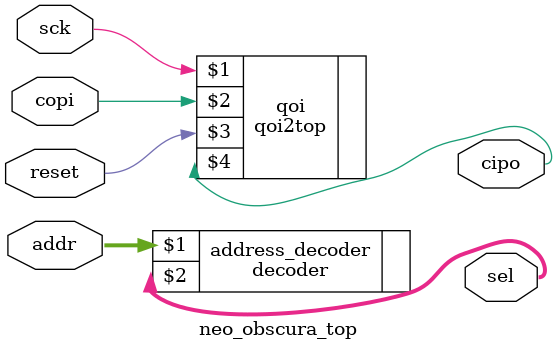
<source format=sv>
/*
 * Authors:    Kavi Dey, kdey@hmc.edu
 *             Neil Chulani, nchulani@.hmc.edu
 * Created:   12/3/2023
 * 
 * This file contains a single module that multiplexes two
 * 4 bit binary numbers
 */

/*
 * module: neo_obscura_top
 *
 * Decodes a 2 bit number into a an inverted select line
 *
 * Inputs:
 *    addr[1:0]: address
 *
 * Outputs:
 *    sel[3:0]: decoded selection
 */
module neo_obscura_top (
    input logic sck,
    input logic copi,
    input logic reset,
    input logic [1:0] addr,
    output logic cipo,
    output logic [3:0] sel
);
  decoder address_decoder (
      addr,
      sel
  );
  qoi2top qoi (
      sck,
      copi,
      reset,
      cipo
  );
endmodule

</source>
